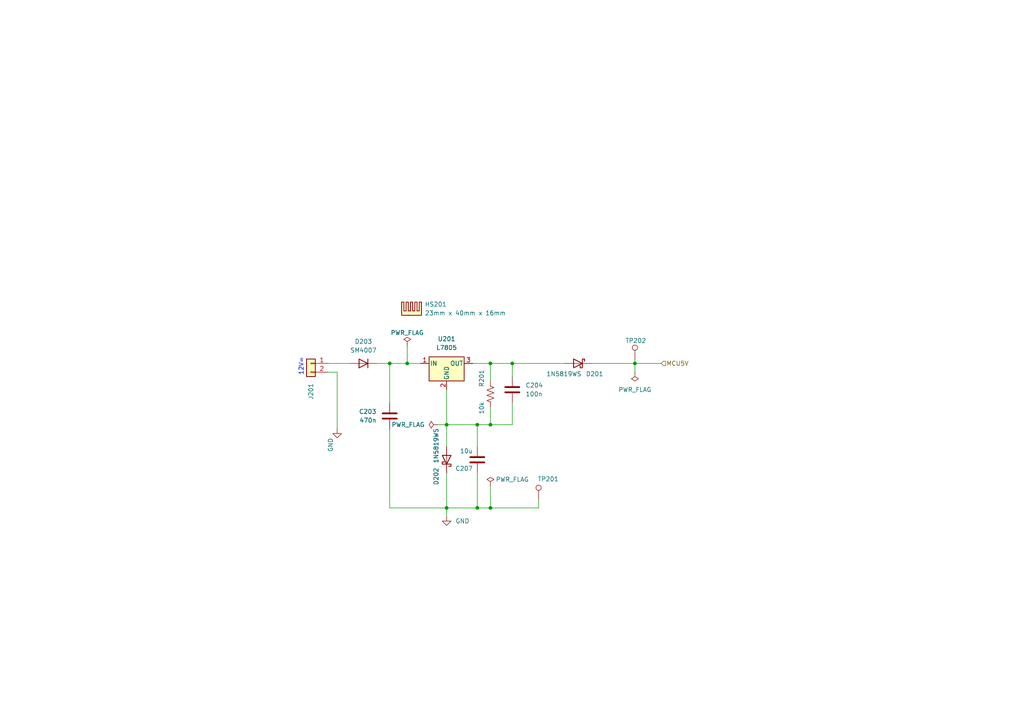
<source format=kicad_sch>
(kicad_sch (version 20250114) (generator "eeschema") (generator_version "9.0")
  (paper "A4")
  (lib_symbols
    (symbol "Connector:TestPoint" (pin_numbers (hide yes)) (pin_names (offset 0.762) (hide yes))
      (property "Reference" "TP" (at 0 6.858 0))
      (property "Value" "TestPoint" (at 0 5.08 0))
      (symbol "TestPoint_0_1"
        (circle (center 0 3.302) (radius 0.762))
      )
      (symbol "TestPoint_1_1"
        (pin passive line (at 0 0 90) (length 2.54) (name "1") (number "1"))
      )
    )
    (symbol "Connector_Generic:Conn_01x02" (pin_names (offset 1.016) (hide yes))
      (property "Reference" "J" (at 0 2.54 0))
      (property "Value" "Conn_01x02" (at 0 -5.08 0))
      (symbol "Conn_01x02_1_1"
        (rectangle (start -1.27 1.27) (end 1.27 -3.81) (stroke (width 0.254)) (fill (type background)))
        (rectangle (start -1.27 0.127) (end 0 -0.127) (stroke (width 0.1524)))
        (rectangle (start -1.27 -2.413) (end 0 -2.667) (stroke (width 0.1524)))
        (pin passive line (at -5.08 0 0) (length 3.81) (name "Pin_1") (number "1"))
        (pin passive line (at -5.08 -2.54 0) (length 3.81) (name "Pin_2") (number "2"))
      )
    )
    (symbol "Device:C" (pin_numbers (hide yes)) (pin_names (offset 0.254))
      (property "Reference" "C" (at 0.635 2.54 0))
      (property "Value" "C" (at 0.635 -2.54 0))
      (symbol "C_0_1"
        (polyline (pts (xy -2.032 0.762) (xy 2.032 0.762)) (stroke (width 0.508)))
        (polyline (pts (xy -2.032 -0.762) (xy 2.032 -0.762)) (stroke (width 0.508)))
      )
      (symbol "C_1_1"
        (pin passive line (at 0 3.81 270) (length 2.794) (name "~") (number "1"))
        (pin passive line (at 0 -3.81 90) (length 2.794) (name "~") (number "2"))
      )
    )
    (symbol "Device:R_US" (pin_numbers (hide yes)) (pin_names (offset 0))
      (property "Reference" "R" (at 2.54 0 90))
      (property "Value" "R_US" (at -2.54 0 90))
      (symbol "R_US_0_1"
        (polyline (pts (xy 0 2.286) (xy 0 2.54)))
        (polyline (pts (xy 0 2.286) (xy 1.016 1.905) (xy 0 1.524) (xy -1.016 1.143) (xy 0 0.762)))
        (polyline (pts (xy 0 0.762) (xy 1.016 0.381) (xy 0 0) (xy -1.016 -0.381) (xy 0 -0.762)))
        (polyline (pts (xy 0 -0.762) (xy 1.016 -1.143) (xy 0 -1.524) (xy -1.016 -1.905) (xy 0 -2.286)))
        (polyline (pts (xy 0 -2.286) (xy 0 -2.54)))
      )
      (symbol "R_US_1_1"
        (pin passive line (at 0 3.81 270) (length 1.27) (name "~") (number "1"))
        (pin passive line (at 0 -3.81 90) (length 1.27) (name "~") (number "2"))
      )
    )
    (symbol "Diode:1N5819WS" (pin_numbers (hide yes)) (pin_names (offset 1.016) (hide yes))
      (property "Reference" "D" (at 0 2.54 0))
      (property "Value" "1N5819WS" (at 0 -2.54 0))
      (symbol "1N5819WS_0_1"
        (polyline (pts (xy -1.905 0.635) (xy -1.905 1.27) (xy -1.27 1.27) (xy -1.27 -1.27) (xy -0.635 -1.27) (xy -0.635 -0.635)) (stroke (width 0.254)))
        (polyline (pts (xy 1.27 1.27) (xy 1.27 -1.27) (xy -1.27 0) (xy 1.27 1.27)) (stroke (width 0.254)))
        (polyline (pts (xy 1.27 0) (xy -1.27 0)))
      )
      (symbol "1N5819WS_1_1"
        (pin passive line (at -3.81 0 0) (length 2.54) (name "K") (number "1"))
        (pin passive line (at 3.81 0 180) (length 2.54) (name "A") (number "2"))
      )
    )
    (symbol "Diode:SM4007" (pin_numbers (hide yes)) (pin_names (hide yes))
      (property "Reference" "D" (at 0 2.54 0))
      (property "Value" "SM4007" (at 0 -2.54 0))
      (symbol "SM4007_0_1"
        (polyline (pts (xy -1.27 1.27) (xy -1.27 -1.27)) (stroke (width 0.254)))
        (polyline (pts (xy 1.27 1.27) (xy 1.27 -1.27) (xy -1.27 0) (xy 1.27 1.27)) (stroke (width 0.254)))
        (polyline (pts (xy 1.27 0) (xy -1.27 0)))
      )
      (symbol "SM4007_1_1"
        (pin passive line (at -3.81 0 0) (length 2.54) (name "K") (number "1"))
        (pin passive line (at 3.81 0 180) (length 2.54) (name "A") (number "2"))
      )
    )
    (symbol "GND_1" (power) (pin_numbers (hide yes)) (pin_names (offset 0) (hide yes))
      (property "Value" "GND" (at 0 -3.81 0))
      (symbol "GND_1_0_1"
        (polyline (pts (xy 0 0) (xy 0 -1.27) (xy 1.27 -1.27) (xy 0 -2.54) (xy -1.27 -1.27) (xy 0 -1.27)))
      )
      (symbol "GND_1_1_1"
        (pin power_in line (at 0 0 270) (length 0) (name "~") (number "1"))
      )
    )
    (symbol "GND_2" (power) (pin_numbers (hide yes)) (pin_names (offset 0) (hide yes))
      (property "Value" "GND" (at 0 -3.81 0))
      (symbol "GND_2_0_1"
        (polyline (pts (xy 0 0) (xy 0 -1.27) (xy 1.27 -1.27) (xy 0 -2.54) (xy -1.27 -1.27) (xy 0 -1.27)))
      )
      (symbol "GND_2_1_1"
        (pin power_in line (at 0 0 270) (length 0) (name "~") (number "1"))
      )
    )
    (symbol "Mechanical:Heatsink" (pin_names (offset 1.016)) (exclude_from_sim yes)
      (property "Reference" "HS" (at 0 5.08 0))
      (property "Value" "Heatsink" (at 0 -1.27 0))
      (symbol "Heatsink_0_1"
        (polyline (pts (xy -0.3302 1.27) (xy -0.9652 1.27) (xy -0.9652 3.81) (xy -1.6002 3.81) (xy -1.6002 1.27) (xy -2.2352 1.27) (xy -2.2352 3.81) (xy -2.8702 3.81) (xy -2.8702 0) (xy -0.9652 0)) (stroke (width 0.254)) (fill (type background)))
        (polyline (pts (xy -0.3302 1.27) (xy -0.3302 3.81) (xy 0.3048 3.81) (xy 0.3048 1.27) (xy 0.9398 1.27) (xy 0.9398 3.81) (xy 1.5748 3.81) (xy 1.5748 1.27) (xy 2.2098 1.27) (xy 2.2098 3.81) (xy 2.8448 3.81) (xy 2.8448 0) (xy -0.9652 0)) (stroke (width 0.254)) (fill (type background)))
      )
    )
    (symbol "PWR_FLAG_1" (power) (pin_numbers (hide yes)) (pin_names (offset 0) (hide yes))
      (property "Value" "PWR_FLAG" (at 0 3.81 0))
      (symbol "PWR_FLAG_1_0_0"
        (pin power_out line (at 0 0 90) (length 0) (name "~") (number "1"))
      )
      (symbol "PWR_FLAG_1_0_1"
        (polyline (pts (xy 0 0) (xy 0 1.27) (xy -1.016 1.905) (xy 0 2.54) (xy 1.016 1.905) (xy 0 1.27)))
      )
    )
    (symbol "PWR_FLAG_2" (power) (pin_numbers (hide yes)) (pin_names (offset 0) (hide yes))
      (property "Value" "PWR_FLAG" (at 0 3.81 0))
      (symbol "PWR_FLAG_2_0_0"
        (pin power_out line (at 0 0 90) (length 0) (name "~") (number "1"))
      )
      (symbol "PWR_FLAG_2_0_1"
        (polyline (pts (xy 0 0) (xy 0 1.27) (xy -1.016 1.905) (xy 0 2.54) (xy 1.016 1.905) (xy 0 1.27)))
      )
    )
    (symbol "Regulator_Linear:L7805" (pin_names (offset 0.254))
      (property "Reference" "U" (at -3.81 3.175 0))
      (property "Value" "L7805" (at 0 3.175 0))
      (symbol "L7805_0_1"
        (rectangle (start -5.08 1.905) (end 5.08 -5.08) (stroke (width 0.254)) (fill (type background)))
      )
      (symbol "L7805_1_1"
        (pin power_in line (at -7.62 0 0) (length 2.54) (name "IN") (number "1"))
        (pin power_in line (at 0 -7.62 90) (length 2.54) (name "GND") (number "2"))
        (pin power_out line (at 7.62 0 180) (length 2.54) (name "OUT") (number "3"))
      )
    )
  )
  (bus_alias "USB" (members "3V3" "GND"))
  (text "12V=" (at 88.138 108.966 90) (effects (font (size 1.27 1.27)) (justify left bottom)))
  (junction (at 118.11 105.41))
  (junction (at 138.43 147.32))
  (junction (at 148.59 105.41))
  (junction (at 113.03 105.41))
  (junction (at 129.54 123.19))
  (junction (at 184.15 105.41))
  (junction (at 142.24 147.32))
  (junction (at 142.24 123.19))
  (junction (at 129.54 147.32))
  (junction (at 138.43 123.19))
  (junction (at 142.24 105.41))
  (wire (pts (xy 97.79 107.95) (xy 97.79 124.46)))
  (wire (pts (xy 184.15 105.41) (xy 184.15 107.95)))
  (wire (pts (xy 148.59 123.19) (xy 148.59 116.84)))
  (wire (pts (xy 142.24 118.11) (xy 142.24 123.19)))
  (wire (pts (xy 129.54 147.32) (xy 129.54 149.86)))
  (wire (pts (xy 129.54 113.03) (xy 129.54 123.19)))
  (wire (pts (xy 184.15 104.14) (xy 184.15 105.41)))
  (wire (pts (xy 129.54 123.19) (xy 129.54 129.54)))
  (wire (pts (xy 148.59 105.41) (xy 148.59 109.22)))
  (wire (pts (xy 138.43 123.19) (xy 142.24 123.19)))
  (wire (pts (xy 113.03 124.46) (xy 113.03 147.32)))
  (wire (pts (xy 129.54 137.16) (xy 129.54 147.32)))
  (wire (pts (xy 109.22 105.41) (xy 113.03 105.41)))
  (wire (pts (xy 156.21 147.32) (xy 156.21 144.78)))
  (wire (pts (xy 118.11 105.41) (xy 121.92 105.41)))
  (wire (pts (xy 138.43 147.32) (xy 142.24 147.32)))
  (wire (pts (xy 95.25 105.41) (xy 101.6 105.41)))
  (wire (pts (xy 148.59 105.41) (xy 163.83 105.41)))
  (wire (pts (xy 142.24 105.41) (xy 142.24 110.49)))
  (wire (pts (xy 142.24 147.32) (xy 156.21 147.32)))
  (wire (pts (xy 129.54 123.19) (xy 138.43 123.19)))
  (wire (pts (xy 138.43 137.16) (xy 138.43 147.32)))
  (wire (pts (xy 113.03 147.32) (xy 129.54 147.32)))
  (wire (pts (xy 118.11 100.33) (xy 118.11 105.41)))
  (wire (pts (xy 142.24 123.19) (xy 148.59 123.19)))
  (wire (pts (xy 171.45 105.41) (xy 184.15 105.41)))
  (wire (pts (xy 129.54 147.32) (xy 138.43 147.32)))
  (wire (pts (xy 95.25 107.95) (xy 97.79 107.95)))
  (wire (pts (xy 113.03 105.41) (xy 118.11 105.41)))
  (wire (pts (xy 138.43 129.54) (xy 138.43 123.19)))
  (wire (pts (xy 184.15 105.41) (xy 191.77 105.41)))
  (wire (pts (xy 142.24 105.41) (xy 148.59 105.41)))
  (wire (pts (xy 142.24 140.97) (xy 142.24 147.32)))
  (wire (pts (xy 113.03 105.41) (xy 113.03 116.84)))
  (wire (pts (xy 137.16 105.41) (xy 142.24 105.41)))
  (wire (pts (xy 127 123.19) (xy 129.54 123.19)))
  (hierarchical_label "MCU5V" (shape input) (at 191.77 105.41 0))
  (symbol (lib_id "Device:C") (at 148.59 113.03 0) (unit 1)
    (property "Reference" "C204" (at 152.4 111.7599 0) (effects (justify left)))
    (property "Value" "100n" (at 152.4 114.2999 0) (effects (justify left)))
    (property "Footprint" "Capacitor_SMD:C_0603_1608Metric" (effects (hide yes)))
    (property "LCSC" "C14663" (effects (hide yes)))
    (property "LCSC_E" "B" (effects (hide yes)))
  )
  (symbol (lib_id "Connector:TestPoint") (at 156.21 144.78 0) (unit 1)
    (property "Reference" "TP201" (at 155.956 138.938 0) (effects (justify left)))
    (property "Value" "TestPoint" (effects (hide yes)))
    (property "Footprint" "TestPoint:TestPoint_Loop_D1.80mm_Drill1.0mm_Beaded" (effects (hide yes)))
    (property "Description" "test point" (effects (hide yes)))
  )
  (symbol (lib_id "Regulator_Linear:L7805") (at 129.54 105.41 0) (unit 1)
    (property "Reference" "U201" (at 129.54 98.298 0))
    (property "Value" "L7805" (at 129.54 100.838 0))
    (property "Footprint" "Package_TO_SOT_THT:TO-220-3_Horizontal_TabUp" (effects (hide yes)))
    (property "Datasheet" "http://www.st.com/content/ccc/resource/technical/document/datasheet/41/4f/b3/b0/12/d4/47/88/CD00000444.pdf/files/CD00000444.pdf/jcr:content/translations/en.CD00000444.pdf" (effects (hide yes)))
  )
  (symbol (lib_id "Diode:1N5819WS") (at 167.64 105.41 0) (mirror y) (unit 1)
    (property "Reference" "D201" (at 172.466 108.458 0))
    (property "Value" "1N5819WS" (at 163.576 108.458 0))
    (property "Footprint" "Diode_SMD:D_SOD-323" (effects (hide yes)))
    (property "Datasheet" "https://datasheet.lcsc.com/lcsc/2204281430_Guangdong-Hottech-1N5819WS_C191023.pdf" (effects (hide yes)))
    (property "LCSC" "C191023" (effects (hide yes)))
    (property "LCSC_E" "B" (effects (hide yes)))
  )
  (symbol (lib_id "Device:C") (at 138.43 133.35 180) (unit 1)
    (property "Reference" "C207" (at 137.16 135.89 0) (effects (justify left)))
    (property "Value" "10u" (at 137.16 130.81 0) (effects (justify left)))
    (property "Footprint" "Capacitor_SMD:C_0805_2012Metric" (effects (hide yes)))
    (property "LCSC" "C15850" (effects (hide yes)))
    (property "LCSC_E" "B" (effects (hide yes)))
  )
  (symbol (lib_id "Mechanical:Heatsink") (at 119.38 91.44 0) (unit 1) (exclude_from_sim yes)
    (property "Reference" "HS201" (at 123.19 88.2649 0) (effects (justify left)))
    (property "Value" "23mm x 40mm x 16mm" (at 123.19 90.8049 0) (effects (justify left)))
    (property "Footprint" "KiCad_modulesFP:Heatsink_TO220_23mmX40mm" (effects (hide yes)))
    (property "Description" "Heatsink" (effects (hide yes)))
  )
  (symbol (lib_name "GND_1") (lib_id "power:GND") (at 97.79 124.46 0) (mirror y) (unit 1)
    (property "Reference" "#PWR0201" (effects (hide yes)))
    (property "Value" "GND" (at 95.885 127 90) (effects (justify right)))
    (property "Description" "Power symbol creates a global label with name \"GND\" , ground" (effects (hide yes)))
  )
  (symbol (lib_name "PWR_FLAG_1") (lib_id "power:PWR_FLAG") (at 142.24 140.97 0) (mirror y) (unit 1)
    (property "Reference" "#FLG0204" (effects (hide yes)))
    (property "Value" "PWR_FLAG" (at 148.59 139.065 0))
    (property "Description" "Special symbol for telling ERC where power comes from" (effects (hide yes)))
  )
  (symbol (lib_name "PWR_FLAG_2") (lib_id "power:PWR_FLAG") (at 118.11 100.33 0) (unit 1)
    (property "Reference" "#FLG0202" (effects (hide yes)))
    (property "Value" "PWR_FLAG" (at 118.11 96.52 0))
    (property "Description" "Special symbol for telling ERC where power comes from" (effects (hide yes)))
  )
  (symbol (lib_name "GND_2") (lib_id "power:GND") (at 129.54 149.86 0) (unit 1)
    (property "Reference" "#PWR0202" (effects (hide yes)))
    (property "Value" "GND" (at 132.08 151.1299 0) (effects (justify left)))
    (property "Description" "Power symbol creates a global label with name \"GND\" , ground" (effects (hide yes)))
  )
  (symbol (lib_id "Connector:TestPoint") (at 184.15 104.14 0) (unit 1)
    (property "Reference" "TP202" (at 181.356 98.806 0) (effects (justify left)))
    (property "Value" "TestPoint" (effects (hide yes)))
    (property "Footprint" "TestPoint:TestPoint_Loop_D1.80mm_Drill1.0mm_Beaded" (effects (hide yes)))
    (property "Description" "test point" (effects (hide yes)))
  )
  (symbol (lib_id "Diode:1N5819WS") (at 129.54 133.35 270) (mirror x) (unit 1)
    (property "Reference" "D202" (at 126.492 138.176 0))
    (property "Value" "1N5819WS" (at 126.492 129.286 0))
    (property "Footprint" "Diode_SMD:D_SOD-323" (effects (hide yes)))
    (property "Datasheet" "https://datasheet.lcsc.com/lcsc/2204281430_Guangdong-Hottech-1N5819WS_C191023.pdf" (effects (hide yes)))
    (property "LCSC" "C191023" (effects (hide yes)))
    (property "LCSC_E" "B" (effects (hide yes)))
  )
  (symbol (lib_name "PWR_FLAG_2") (lib_id "power:PWR_FLAG") (at 127 123.19 90) (unit 1)
    (property "Reference" "#FLG0201" (effects (hide yes)))
    (property "Value" "PWR_FLAG" (at 123.19 123.1899 90) (effects (justify left)))
    (property "Description" "Special symbol for telling ERC where power comes from" (effects (hide yes)))
  )
  (symbol (lib_id "Device:R_US") (at 142.24 114.3 180) (unit 1)
    (property "Reference" "R201" (at 139.7 109.728 90))
    (property "Value" "10k" (at 139.7 118.364 90))
    (property "Footprint" "Resistor_SMD:R_0603_1608Metric" (effects (hide yes)))
    (property "LCSC" "C25804" (effects (hide yes)))
    (property "LCSC_E" "B" (effects (hide yes)))
  )
  (symbol (lib_name "PWR_FLAG_2") (lib_id "power:PWR_FLAG") (at 184.15 107.95 180) (unit 1)
    (property "Reference" "#FLG0203" (effects (hide yes)))
    (property "Value" "PWR_FLAG" (at 184.15 113.03 0))
    (property "Description" "Special symbol for telling ERC where power comes from" (effects (hide yes)))
  )
  (symbol (lib_id "Device:C") (at 113.03 120.65 0) (mirror y) (unit 1)
    (property "Reference" "C203" (at 109.22 119.3799 0) (effects (justify left)))
    (property "Value" "470n" (at 109.22 121.9199 0) (effects (justify left)))
    (property "Footprint" "Capacitor_SMD:C_0805_2012Metric" (effects (hide yes)))
    (property "LCSC" "C13967" (effects (hide yes)))
    (property "LCSC_E" "B" (effects (hide yes)))
  )
  (symbol (lib_id "Connector_Generic:Conn_01x02") (at 90.17 105.41 0) (mirror y) (unit 1)
    (property "Reference" "J201" (at 90.1699 111.125 90) (effects (justify right)))
    (property "Value" "Conn_01x02" (effects (hide yes)))
    (property "Footprint" "Connector_JST:JST_EH_S2B-EH_1x02_P2.50mm_Horizontal" (effects (hide yes)))
  )
  (symbol (lib_id "Diode:SM4007") (at 105.41 105.41 180) (unit 1)
    (property "Reference" "D203" (at 105.41 99.06 0))
    (property "Value" "SM4007" (at 105.41 101.6 0))
    (property "Footprint" "Diode_SMD:D_SOD-123F" (effects (hide yes)))
    (property "Datasheet" "http://cdn-reichelt.de/documents/datenblatt/A400/SMD1N400%23DIO.pdf" (effects (hide yes)))
    (property "Description" "1000V 1A General Purpose Rectifier Diode, MELF" (effects (hide yes)))
    (property "Sim.Device" "D" (effects (hide yes)))
    (property "Sim.Pins" "1=K 2=A" (effects (hide yes)))
    (property "LCSC" "C64898" (effects (hide yes)))
    (property "LCSC_E" "B" (effects (hide yes)))
  )
)
</source>
